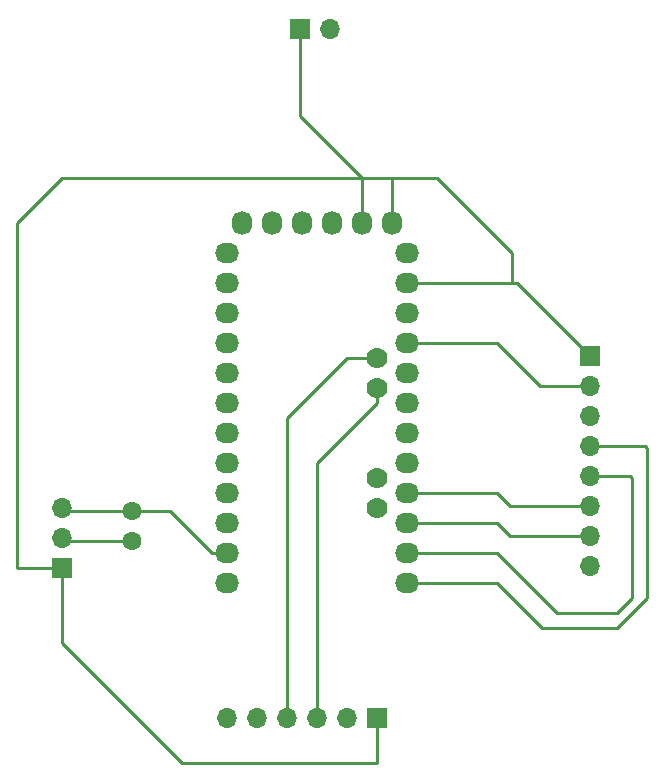
<source format=gbr>
G04 #@! TF.GenerationSoftware,KiCad,Pcbnew,5.0.2+dfsg1-1~bpo9+1*
G04 #@! TF.CreationDate,2019-03-25T16:16:38+01:00*
G04 #@! TF.ProjectId,ProMini,50726f4d-696e-4692-9e6b-696361645f70,0.1*
G04 #@! TF.SameCoordinates,Original*
G04 #@! TF.FileFunction,Copper,L2,Bot*
G04 #@! TF.FilePolarity,Positive*
%FSLAX46Y46*%
G04 Gerber Fmt 4.6, Leading zero omitted, Abs format (unit mm)*
G04 Created by KiCad (PCBNEW 5.0.2+dfsg1-1~bpo9+1) date Mon 25 Mar 2019 16:16:38 CET*
%MOMM*%
%LPD*%
G01*
G04 APERTURE LIST*
G04 #@! TA.AperFunction,ComponentPad*
%ADD10O,2.032000X1.727200*%
G04 #@! TD*
G04 #@! TA.AperFunction,ComponentPad*
%ADD11O,1.727200X2.032000*%
G04 #@! TD*
G04 #@! TA.AperFunction,ComponentPad*
%ADD12C,1.778000*%
G04 #@! TD*
G04 #@! TA.AperFunction,ComponentPad*
%ADD13R,1.700000X1.700000*%
G04 #@! TD*
G04 #@! TA.AperFunction,ComponentPad*
%ADD14O,1.700000X1.700000*%
G04 #@! TD*
G04 #@! TA.AperFunction,ComponentPad*
%ADD15C,1.600000*%
G04 #@! TD*
G04 #@! TA.AperFunction,Conductor*
%ADD16C,0.250000*%
G04 #@! TD*
G04 APERTURE END LIST*
D10*
G04 #@! TO.P,P1,1*
G04 #@! TO.N,Net-(P1-Pad1)*
X138430000Y-85090000D03*
G04 #@! TO.P,P1,2*
G04 #@! TO.N,Net-(P1-Pad2)*
X138430000Y-87630000D03*
G04 #@! TO.P,P1,3*
G04 #@! TO.N,/Reset*
X138430000Y-90170000D03*
G04 #@! TO.P,P1,4*
G04 #@! TO.N,Net-(P1-Pad4)*
X138430000Y-92710000D03*
G04 #@! TO.P,P1,5*
G04 #@! TO.N,/2*
X138430000Y-95250000D03*
G04 #@! TO.P,P1,6*
G04 #@! TO.N,/3(\002A\002A)*
X138430000Y-97790000D03*
G04 #@! TO.P,P1,7*
G04 #@! TO.N,/4*
X138430000Y-100330000D03*
G04 #@! TO.P,P1,8*
G04 #@! TO.N,/5(\002A\002A)*
X138430000Y-102870000D03*
G04 #@! TO.P,P1,9*
G04 #@! TO.N,/6(\002A\002A)*
X138430000Y-105410000D03*
G04 #@! TO.P,P1,10*
G04 #@! TO.N,/7*
X138430000Y-107950000D03*
G04 #@! TO.P,P1,11*
G04 #@! TO.N,/8*
X138430000Y-110490000D03*
G04 #@! TO.P,P1,12*
G04 #@! TO.N,/9(\002A\002A)*
X138430000Y-113030000D03*
G04 #@! TD*
D11*
G04 #@! TO.P,P2,1*
G04 #@! TO.N,/DTR*
X139700000Y-82550000D03*
G04 #@! TO.P,P2,2*
G04 #@! TO.N,/1(Tx)*
X142240000Y-82550000D03*
G04 #@! TO.P,P2,3*
G04 #@! TO.N,/0(Rx)*
X144780000Y-82550000D03*
G04 #@! TO.P,P2,4*
G04 #@! TO.N,Net-(J2-Pad2)*
X147320000Y-82550000D03*
G04 #@! TO.P,P2,5*
G04 #@! TO.N,Net-(J1-Pad1)*
X149860000Y-82550000D03*
G04 #@! TO.P,P2,6*
X152400000Y-82550000D03*
G04 #@! TD*
D12*
G04 #@! TO.P,P3,1*
G04 #@! TO.N,/A5*
X151130000Y-93980000D03*
G04 #@! TO.P,P3,2*
G04 #@! TO.N,/A4*
X151130000Y-96520000D03*
G04 #@! TD*
D10*
G04 #@! TO.P,P4,1*
G04 #@! TO.N,/RAW*
X153670000Y-85090000D03*
G04 #@! TO.P,P4,2*
G04 #@! TO.N,Net-(J1-Pad1)*
X153670000Y-87630000D03*
G04 #@! TO.P,P4,3*
G04 #@! TO.N,Net-(P4-Pad3)*
X153670000Y-90170000D03*
G04 #@! TO.P,P4,4*
G04 #@! TO.N,Net-(J2-Pad2)*
X153670000Y-92710000D03*
G04 #@! TO.P,P4,5*
G04 #@! TO.N,Net-(P4-Pad5)*
X153670000Y-95250000D03*
G04 #@! TO.P,P4,6*
G04 #@! TO.N,Net-(P4-Pad6)*
X153670000Y-97790000D03*
G04 #@! TO.P,P4,7*
G04 #@! TO.N,Net-(P4-Pad7)*
X153670000Y-100330000D03*
G04 #@! TO.P,P4,8*
G04 #@! TO.N,Net-(P4-Pad8)*
X153670000Y-102870000D03*
G04 #@! TO.P,P4,9*
G04 #@! TO.N,/13(SCK)*
X153670000Y-105410000D03*
G04 #@! TO.P,P4,10*
G04 #@! TO.N,/12(MISO)*
X153670000Y-107950000D03*
G04 #@! TO.P,P4,11*
G04 #@! TO.N,/10(\002A\002A/SS)*
X153670000Y-110490000D03*
G04 #@! TO.P,P4,12*
G04 #@! TO.N,Net-(J4-Pad4)*
X153670000Y-113030000D03*
G04 #@! TD*
D12*
G04 #@! TO.P,P5,1*
G04 #@! TO.N,/A7*
X151130000Y-104140000D03*
G04 #@! TO.P,P5,2*
G04 #@! TO.N,/A6*
X151130000Y-106680000D03*
G04 #@! TD*
D13*
G04 #@! TO.P,J1,1*
G04 #@! TO.N,Net-(J1-Pad1)*
X144620001Y-66104998D03*
D14*
G04 #@! TO.P,J1,2*
G04 #@! TO.N,/RAW*
X147160001Y-66104998D03*
G04 #@! TD*
D13*
G04 #@! TO.P,J2,1*
G04 #@! TO.N,Net-(J1-Pad1)*
X124460000Y-111760000D03*
D14*
G04 #@! TO.P,J2,2*
G04 #@! TO.N,Net-(J2-Pad2)*
X124460000Y-109220000D03*
G04 #@! TO.P,J2,3*
G04 #@! TO.N,/8*
X124460000Y-106680000D03*
G04 #@! TD*
D13*
G04 #@! TO.P,J3,1*
G04 #@! TO.N,Net-(J1-Pad1)*
X151130000Y-124460000D03*
D14*
G04 #@! TO.P,J3,2*
G04 #@! TO.N,Net-(J2-Pad2)*
X148590000Y-124460000D03*
G04 #@! TO.P,J3,3*
G04 #@! TO.N,/A4*
X146050000Y-124460000D03*
G04 #@! TO.P,J3,4*
G04 #@! TO.N,/A5*
X143510000Y-124460000D03*
G04 #@! TO.P,J3,5*
G04 #@! TO.N,/2*
X140970000Y-124460000D03*
G04 #@! TO.P,J3,6*
G04 #@! TO.N,Net-(J3-Pad6)*
X138430000Y-124460000D03*
G04 #@! TD*
D13*
G04 #@! TO.P,J4,1*
G04 #@! TO.N,Net-(J1-Pad1)*
X169165002Y-93820001D03*
D14*
G04 #@! TO.P,J4,2*
G04 #@! TO.N,Net-(J2-Pad2)*
X169165002Y-96360001D03*
G04 #@! TO.P,J4,3*
G04 #@! TO.N,Net-(J4-Pad3)*
X169165002Y-98900001D03*
G04 #@! TO.P,J4,4*
G04 #@! TO.N,Net-(J4-Pad4)*
X169165002Y-101440001D03*
G04 #@! TO.P,J4,5*
G04 #@! TO.N,/10(\002A\002A/SS)*
X169165002Y-103980001D03*
G04 #@! TO.P,J4,6*
G04 #@! TO.N,/13(SCK)*
X169165002Y-106520001D03*
G04 #@! TO.P,J4,7*
G04 #@! TO.N,/12(MISO)*
X169165002Y-109060001D03*
G04 #@! TO.P,J4,8*
G04 #@! TO.N,Net-(J4-Pad8)*
X169165002Y-111600001D03*
G04 #@! TD*
D15*
G04 #@! TO.P,R1,1*
G04 #@! TO.N,Net-(J2-Pad2)*
X130395002Y-109460001D03*
G04 #@! TO.P,R1,2*
G04 #@! TO.N,/8*
X130395002Y-106920001D03*
G04 #@! TD*
D16*
G04 #@! TO.N,/8*
X130395002Y-106920001D02*
X133590001Y-106920001D01*
X137160000Y-110490000D02*
X138430000Y-110490000D01*
X133590001Y-106920001D02*
X137160000Y-110490000D01*
X130395002Y-106920001D02*
X124700001Y-106920001D01*
X124700001Y-106920001D02*
X124460000Y-106680000D01*
G04 #@! TO.N,/A5*
X151130000Y-93980000D02*
X148590000Y-93980000D01*
X143510000Y-99060000D02*
X143510000Y-124460000D01*
X148590000Y-93980000D02*
X143510000Y-99060000D01*
G04 #@! TO.N,/A4*
X151130000Y-96520000D02*
X151130000Y-97790000D01*
X146050000Y-102870000D02*
X146050000Y-124460000D01*
X151130000Y-97790000D02*
X146050000Y-102870000D01*
G04 #@! TO.N,/13(SCK)*
X169165002Y-106520001D02*
X162400001Y-106520001D01*
X161290000Y-105410000D02*
X153670000Y-105410000D01*
X162400001Y-106520001D02*
X161290000Y-105410000D01*
G04 #@! TO.N,/12(MISO)*
X169165002Y-109060001D02*
X162400001Y-109060001D01*
X161290000Y-107950000D02*
X153670000Y-107950000D01*
X162400001Y-109060001D02*
X161290000Y-107950000D01*
G04 #@! TO.N,/10(\002A\002A/SS)*
X169165002Y-103980001D02*
X172560001Y-103980001D01*
X161290000Y-110490000D02*
X153670000Y-110490000D01*
X163830000Y-113030000D02*
X161290000Y-110490000D01*
X166370000Y-115570000D02*
X163830000Y-113030000D01*
X171450000Y-115570000D02*
X166370000Y-115570000D01*
X172720000Y-114300000D02*
X171450000Y-115570000D01*
X172720000Y-104140000D02*
X172720000Y-114300000D01*
X172560001Y-103980001D02*
X172720000Y-104140000D01*
G04 #@! TO.N,Net-(J2-Pad2)*
X169165002Y-96360001D02*
X164940001Y-96360001D01*
X164940001Y-96360001D02*
X161290000Y-92710000D01*
X161290000Y-92710000D02*
X153670000Y-92710000D01*
X130395002Y-109460001D02*
X124700001Y-109460001D01*
X124700001Y-109460001D02*
X124460000Y-109220000D01*
G04 #@! TO.N,Net-(J1-Pad1)*
X153670000Y-87630000D02*
X161290000Y-87630000D01*
X161290000Y-87630000D02*
X162560000Y-87630000D01*
X162560000Y-87630000D02*
X162975001Y-87630000D01*
X162975001Y-87630000D02*
X169165002Y-93820001D01*
X124460000Y-111760000D02*
X120650000Y-111760000D01*
X120650000Y-82550000D02*
X120809999Y-82390001D01*
X120650000Y-111760000D02*
X120650000Y-82550000D01*
X149860000Y-78740000D02*
X149860000Y-82550000D01*
X151130000Y-124460000D02*
X151130000Y-128270000D01*
X124460000Y-118110000D02*
X124460000Y-111760000D01*
X134620000Y-128270000D02*
X124460000Y-118110000D01*
X151130000Y-128270000D02*
X134620000Y-128270000D01*
X120650000Y-82550000D02*
X124460000Y-78740000D01*
X124460000Y-78740000D02*
X149860000Y-78740000D01*
X144620001Y-66104998D02*
X144620001Y-73500001D01*
X144620001Y-73500001D02*
X149860000Y-78740000D01*
X162560000Y-87630000D02*
X162560000Y-85090000D01*
X156210000Y-78740000D02*
X152400000Y-78740000D01*
X152400000Y-78740000D02*
X149860000Y-78740000D01*
X162560000Y-85090000D02*
X156210000Y-78740000D01*
X152400000Y-82550000D02*
X152400000Y-78740000D01*
G04 #@! TO.N,Net-(J4-Pad4)*
X169165002Y-101440001D02*
X173830001Y-101440001D01*
X161290000Y-113030000D02*
X153670000Y-113030000D01*
X165100000Y-116840000D02*
X161290000Y-113030000D01*
X171450000Y-116840000D02*
X165100000Y-116840000D01*
X173990000Y-114300000D02*
X171450000Y-116840000D01*
X173990000Y-101600000D02*
X173990000Y-114300000D01*
X173830001Y-101440001D02*
X173990000Y-101600000D01*
G04 #@! TD*
M02*

</source>
